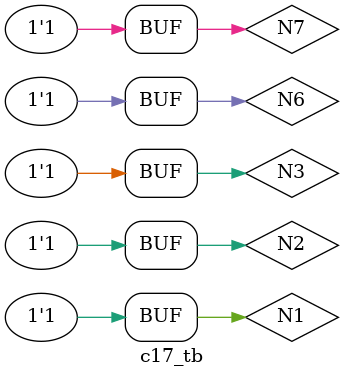
<source format=v>
`timescale 1ns / 1ps


module c17_tb;

reg N1,N2,N3,N6,N7;
wire N22,N23;

c17 uut(.N1(N1),.N2(N2),.N3(N3),.N6(N6),.N7(N7),.N22(N22),.N23(N23));


initial begin
//00000//
N1 <= 0 ; N2 <= 0;  N3 <= 0 ; N6 <= 0 ; N7 <= 0 ;
#10
$display(" input pattern = 00000 --> golden value = 00 "); 
$display(" your answer = ", N22, N23); 
if (N22 == 1'b0 && N23 == 1'b0)
begin
	$display("You're correct1");
end

//10101//
N1 <= 1 ; N2 <= 0;  N3 <= 1 ; N6 <= 0 ; N7 <= 1 ;
#10
$display(" input pattern = 10101 --> golden value = 11 "); 
$display(" your answer = ", N22, N23); 
if (N22 == 1'b1 && N23 == 1'b1)
begin
	$display("You're correct2");
end

//01010//
N1 <= 0 ; N2 <= 1;  N3 <= 0 ; N6 <= 1 ; N7 <= 0 ;
#10
$display(" input pattern = 01010 --> golden value = 11 "); 
$display(" your answer = ", N22, N23); 
if (N22 == 1'b1 && N23 == 1'b1)
begin
	$display("You're correct3");
end

//11011//
N1 <= 1 ; N2 <= 1;  N3 <= 0 ; N6 <= 1 ; N7 <= 1 ;
#10
$display(" input pattern = 11011 --> golden value = 11 "); 
$display(" your answer = ", N22, N23); 
if (N22 == 1'b1 && N23 == 1'b1)
begin
	$display("You're correct4");
end

//11111//
N1 <= 1 ; N2 <= 1;  N3 <= 1 ; N6 <= 1 ; N7 <= 1 ;
#10
$display(" input pattern = 11111 --> golden value = 10 "); 
$display(" your answer = ", N22, N23); 
if (N22 == 1'b1 && N23 == 1'b0)
begin
	$display("You're correct5");
end

end
  
endmodule
</source>
